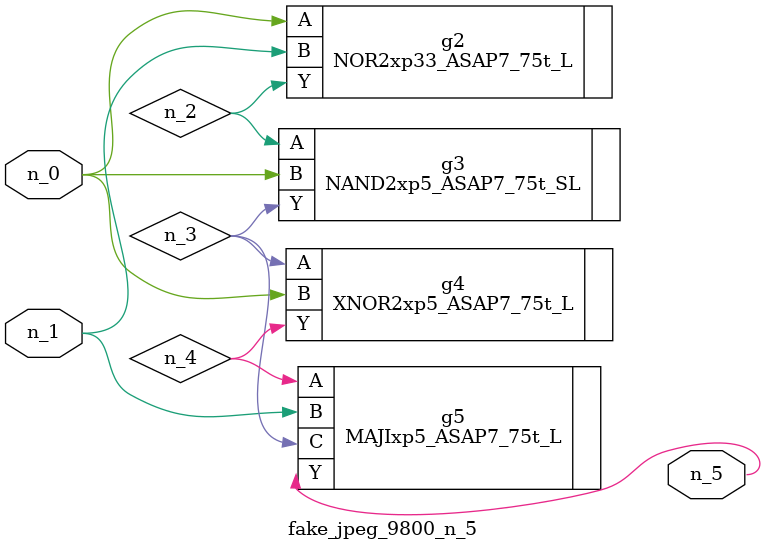
<source format=v>
module fake_jpeg_9800_n_5 (n_0, n_1, n_5);

input n_0;
input n_1;

output n_5;

wire n_3;
wire n_2;
wire n_4;

NOR2xp33_ASAP7_75t_L g2 ( 
.A(n_0),
.B(n_1),
.Y(n_2)
);

NAND2xp5_ASAP7_75t_SL g3 ( 
.A(n_2),
.B(n_0),
.Y(n_3)
);

XNOR2xp5_ASAP7_75t_L g4 ( 
.A(n_3),
.B(n_0),
.Y(n_4)
);

MAJIxp5_ASAP7_75t_L g5 ( 
.A(n_4),
.B(n_1),
.C(n_3),
.Y(n_5)
);


endmodule
</source>
